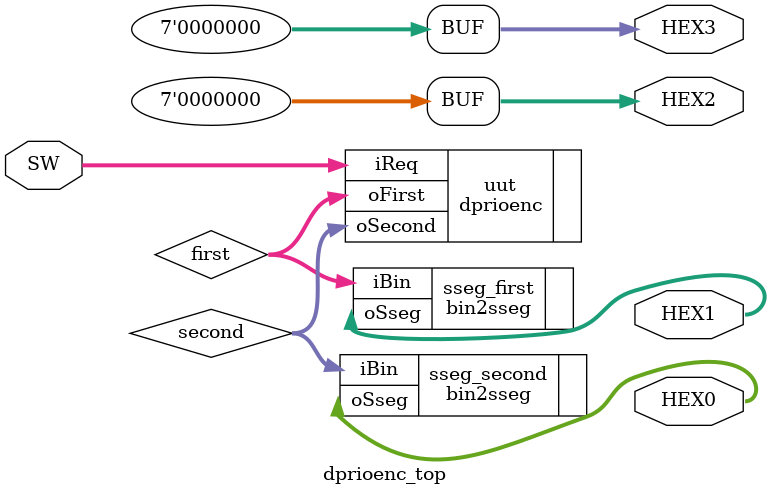
<source format=v>
module dprioenc_top
	(
		input wire [9:0] SW,
		output wire [6:0] HEX3, HEX2, HEX1, HEX0
	);

	wire [4:0] first, second;

	dprioenc uut
		(.iReq(SW), .oFirst(first), .oSecond(second));

	bin2sseg sseg_first
		(.iBin(first), .oSseg(HEX1));

	bin2sseg sseg_second
		(.iBin(second), .oSseg(HEX0));

	assign HEX3 = 7'd0;
	assign HEX2 = 7'd0;
endmodule

</source>
